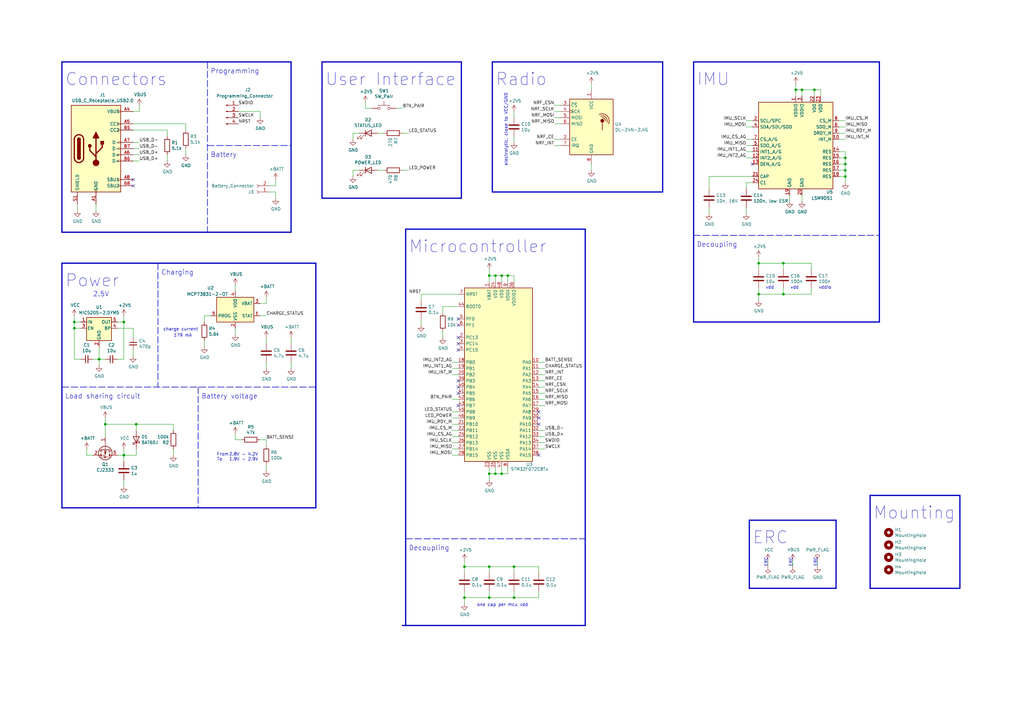
<source format=kicad_sch>
(kicad_sch (version 20200602) (host eeschema "(5.99.0-1933-g2401ed587)")
  (page 1 1)
  (paper "A3")
  (title_block (title "Bluetrackr-transmitter") (date "2020-06-03") (rev "3"))
  (junction (at 30.48 132.08))
  (junction (at 30.48 134.62))
  (junction (at 40.64 147.32))
  (junction (at 43.18 173.99))
  (junction (at 50.8 132.08))
  (junction (at 50.8 186.69))
  (junction (at 55.88 173.99))
  (junction (at 190.5 232.41))
  (junction (at 190.5 245.11))
  (junction (at 200.66 113.03))
  (junction (at 200.66 194.31))
  (junction (at 200.66 232.41))
  (junction (at 200.66 245.11))
  (junction (at 203.2 113.03))
  (junction (at 203.2 194.31))
  (junction (at 205.74 113.03))
  (junction (at 205.74 194.31))
  (junction (at 208.28 113.03))
  (junction (at 210.82 232.41))
  (junction (at 210.82 245.11))
  (junction (at 311.15 107.95))
  (junction (at 311.15 120.65))
  (junction (at 321.31 107.95))
  (junction (at 321.31 120.65))
  (junction (at 326.39 36.83))
  (junction (at 328.93 36.83))
  (junction (at 334.01 36.83))
  (junction (at 346.71 64.77))
  (junction (at 346.71 67.31))
  (junction (at 346.71 69.85))
  (junction (at 346.71 72.39))
  (no_connect (at 308.61 67.31))
  (no_connect (at 54.61 73.66))
  (no_connect (at 187.96 130.81))
  (no_connect (at 187.96 133.35))
  (no_connect (at 187.96 138.43))
  (no_connect (at 187.96 140.97))
  (no_connect (at 187.96 143.51))
  (no_connect (at 187.96 156.21))
  (no_connect (at 187.96 158.75))
  (no_connect (at 187.96 161.29))
  (no_connect (at 187.96 166.37))
  (no_connect (at 220.98 168.91))
  (no_connect (at 220.98 171.45))
  (no_connect (at 220.98 173.99))
  (no_connect (at 220.98 186.69))
  (no_connect (at 54.61 76.2))
  (wire (pts (xy 30.48 129.54) (xy 30.48 132.08)))
  (wire (pts (xy 30.48 132.08) (xy 33.02 132.08)))
  (wire (pts (xy 30.48 134.62) (xy 30.48 132.08)))
  (wire (pts (xy 30.48 147.32) (xy 30.48 134.62)))
  (wire (pts (xy 31.75 83.82) (xy 31.75 86.36)))
  (wire (pts (xy 33.02 134.62) (xy 30.48 134.62)))
  (wire (pts (xy 33.02 147.32) (xy 30.48 147.32)))
  (wire (pts (xy 35.56 184.15) (xy 35.56 186.69)))
  (wire (pts (xy 35.56 186.69) (xy 38.1 186.69)))
  (wire (pts (xy 39.37 83.82) (xy 39.37 86.36)))
  (wire (pts (xy 40.64 142.24) (xy 40.64 147.32)))
  (wire (pts (xy 40.64 147.32) (xy 38.1 147.32)))
  (wire (pts (xy 40.64 149.86) (xy 40.64 147.32)))
  (wire (pts (xy 43.18 147.32) (xy 40.64 147.32)))
  (wire (pts (xy 43.18 171.45) (xy 43.18 173.99)))
  (wire (pts (xy 43.18 173.99) (xy 43.18 179.07)))
  (wire (pts (xy 48.26 132.08) (xy 50.8 132.08)))
  (wire (pts (xy 48.26 147.32) (xy 50.8 147.32)))
  (wire (pts (xy 48.26 186.69) (xy 50.8 186.69)))
  (wire (pts (xy 50.8 132.08) (xy 50.8 129.54)))
  (wire (pts (xy 50.8 147.32) (xy 50.8 132.08)))
  (wire (pts (xy 50.8 186.69) (xy 50.8 184.15)))
  (wire (pts (xy 50.8 189.23) (xy 50.8 186.69)))
  (wire (pts (xy 50.8 196.85) (xy 50.8 199.39)))
  (wire (pts (xy 54.61 50.8) (xy 76.2 50.8)))
  (wire (pts (xy 54.61 53.34) (xy 68.58 53.34)))
  (wire (pts (xy 54.61 58.42) (xy 57.15 58.42)))
  (wire (pts (xy 54.61 60.96) (xy 57.15 60.96)))
  (wire (pts (xy 54.61 63.5) (xy 57.15 63.5)))
  (wire (pts (xy 54.61 66.04) (xy 57.15 66.04)))
  (wire (pts (xy 54.61 134.62) (xy 48.26 134.62)))
  (wire (pts (xy 54.61 138.43) (xy 54.61 134.62)))
  (wire (pts (xy 54.61 143.51) (xy 54.61 146.05)))
  (wire (pts (xy 55.88 173.99) (xy 43.18 173.99)))
  (wire (pts (xy 55.88 173.99) (xy 71.12 173.99)))
  (wire (pts (xy 55.88 176.53) (xy 55.88 173.99)))
  (wire (pts (xy 55.88 184.15) (xy 55.88 186.69)))
  (wire (pts (xy 55.88 186.69) (xy 50.8 186.69)))
  (wire (pts (xy 57.15 43.18) (xy 57.15 45.72)))
  (wire (pts (xy 57.15 45.72) (xy 54.61 45.72)))
  (wire (pts (xy 68.58 53.34) (xy 68.58 55.88)))
  (wire (pts (xy 68.58 63.5) (xy 68.58 66.04)))
  (wire (pts (xy 71.12 173.99) (xy 71.12 176.53)))
  (wire (pts (xy 71.12 184.15) (xy 71.12 186.69)))
  (wire (pts (xy 76.2 50.8) (xy 76.2 53.34)))
  (wire (pts (xy 76.2 60.96) (xy 76.2 63.5)))
  (wire (pts (xy 83.82 129.54) (xy 83.82 132.08)))
  (wire (pts (xy 83.82 139.7) (xy 83.82 142.24)))
  (wire (pts (xy 86.36 129.54) (xy 83.82 129.54)))
  (wire (pts (xy 96.52 116.84) (xy 96.52 119.38)))
  (wire (pts (xy 96.52 134.62) (xy 96.52 137.16)))
  (wire (pts (xy 96.52 177.8) (xy 96.52 180.34)))
  (wire (pts (xy 96.52 180.34) (xy 99.06 180.34)))
  (wire (pts (xy 97.79 45.72) (xy 106.68 45.72)))
  (wire (pts (xy 106.68 45.72) (xy 106.68 48.26)))
  (wire (pts (xy 106.68 124.46) (xy 109.22 124.46)))
  (wire (pts (xy 106.68 129.54) (xy 109.22 129.54)))
  (wire (pts (xy 106.68 180.34) (xy 109.22 180.34)))
  (wire (pts (xy 109.22 124.46) (xy 109.22 121.92)))
  (wire (pts (xy 109.22 138.43) (xy 109.22 140.97)))
  (wire (pts (xy 109.22 148.59) (xy 109.22 151.13)))
  (wire (pts (xy 109.22 180.34) (xy 109.22 182.88)))
  (wire (pts (xy 109.22 190.5) (xy 109.22 193.04)))
  (wire (pts (xy 110.49 76.2) (xy 113.03 76.2)))
  (wire (pts (xy 113.03 76.2) (xy 113.03 73.66)))
  (wire (pts (xy 113.03 78.74) (xy 110.49 78.74)))
  (wire (pts (xy 113.03 81.28) (xy 113.03 78.74)))
  (wire (pts (xy 119.38 138.43) (xy 119.38 140.97)))
  (wire (pts (xy 119.38 148.59) (xy 119.38 151.13)))
  (wire (pts (xy 144.78 54.61) (xy 147.32 54.61)))
  (wire (pts (xy 144.78 57.15) (xy 144.78 54.61)))
  (wire (pts (xy 144.78 69.85) (xy 144.78 72.39)))
  (wire (pts (xy 147.32 69.85) (xy 144.78 69.85)))
  (wire (pts (xy 149.86 41.91) (xy 149.86 44.45)))
  (wire (pts (xy 149.86 44.45) (xy 152.4 44.45)))
  (wire (pts (xy 154.94 54.61) (xy 157.48 54.61)))
  (wire (pts (xy 157.48 69.85) (xy 154.94 69.85)))
  (wire (pts (xy 162.56 44.45) (xy 165.1 44.45)))
  (wire (pts (xy 165.1 54.61) (xy 167.64 54.61)))
  (wire (pts (xy 167.64 69.85) (xy 165.1 69.85)))
  (wire (pts (xy 172.72 120.65) (xy 187.96 120.65)))
  (wire (pts (xy 172.72 123.19) (xy 172.72 120.65)))
  (wire (pts (xy 172.72 130.81) (xy 172.72 133.35)))
  (wire (pts (xy 181.61 125.73) (xy 187.96 125.73)))
  (wire (pts (xy 181.61 128.27) (xy 181.61 125.73)))
  (wire (pts (xy 181.61 135.89) (xy 181.61 138.43)))
  (wire (pts (xy 185.42 148.59) (xy 187.96 148.59)))
  (wire (pts (xy 185.42 151.13) (xy 187.96 151.13)))
  (wire (pts (xy 185.42 153.67) (xy 187.96 153.67)))
  (wire (pts (xy 185.42 163.83) (xy 187.96 163.83)))
  (wire (pts (xy 185.42 168.91) (xy 187.96 168.91)))
  (wire (pts (xy 185.42 171.45) (xy 187.96 171.45)))
  (wire (pts (xy 185.42 173.99) (xy 187.96 173.99)))
  (wire (pts (xy 185.42 176.53) (xy 187.96 176.53)))
  (wire (pts (xy 185.42 179.07) (xy 187.96 179.07)))
  (wire (pts (xy 185.42 181.61) (xy 187.96 181.61)))
  (wire (pts (xy 185.42 184.15) (xy 187.96 184.15)))
  (wire (pts (xy 185.42 186.69) (xy 187.96 186.69)))
  (wire (pts (xy 190.5 229.87) (xy 190.5 232.41)))
  (wire (pts (xy 190.5 232.41) (xy 190.5 234.95)))
  (wire (pts (xy 190.5 242.57) (xy 190.5 245.11)))
  (wire (pts (xy 190.5 245.11) (xy 190.5 247.65)))
  (wire (pts (xy 200.66 110.49) (xy 200.66 113.03)))
  (wire (pts (xy 200.66 113.03) (xy 203.2 113.03)))
  (wire (pts (xy 200.66 115.57) (xy 200.66 113.03)))
  (wire (pts (xy 200.66 191.77) (xy 200.66 194.31)))
  (wire (pts (xy 200.66 194.31) (xy 200.66 196.85)))
  (wire (pts (xy 200.66 232.41) (xy 190.5 232.41)))
  (wire (pts (xy 200.66 234.95) (xy 200.66 232.41)))
  (wire (pts (xy 200.66 242.57) (xy 200.66 245.11)))
  (wire (pts (xy 200.66 245.11) (xy 190.5 245.11)))
  (wire (pts (xy 203.2 113.03) (xy 203.2 115.57)))
  (wire (pts (xy 203.2 191.77) (xy 203.2 194.31)))
  (wire (pts (xy 203.2 194.31) (xy 200.66 194.31)))
  (wire (pts (xy 205.74 113.03) (xy 203.2 113.03)))
  (wire (pts (xy 205.74 115.57) (xy 205.74 113.03)))
  (wire (pts (xy 205.74 191.77) (xy 205.74 194.31)))
  (wire (pts (xy 205.74 194.31) (xy 203.2 194.31)))
  (wire (pts (xy 208.28 113.03) (xy 205.74 113.03)))
  (wire (pts (xy 208.28 115.57) (xy 208.28 113.03)))
  (wire (pts (xy 208.28 191.77) (xy 208.28 194.31)))
  (wire (pts (xy 208.28 194.31) (xy 205.74 194.31)))
  (wire (pts (xy 210.82 45.72) (xy 210.82 48.26)))
  (wire (pts (xy 210.82 55.88) (xy 210.82 58.42)))
  (wire (pts (xy 210.82 113.03) (xy 208.28 113.03)))
  (wire (pts (xy 210.82 115.57) (xy 210.82 113.03)))
  (wire (pts (xy 210.82 232.41) (xy 200.66 232.41)))
  (wire (pts (xy 210.82 234.95) (xy 210.82 232.41)))
  (wire (pts (xy 210.82 242.57) (xy 210.82 245.11)))
  (wire (pts (xy 210.82 245.11) (xy 200.66 245.11)))
  (wire (pts (xy 220.98 148.59) (xy 223.52 148.59)))
  (wire (pts (xy 220.98 151.13) (xy 223.52 151.13)))
  (wire (pts (xy 220.98 153.67) (xy 223.52 153.67)))
  (wire (pts (xy 220.98 156.21) (xy 223.52 156.21)))
  (wire (pts (xy 220.98 158.75) (xy 223.52 158.75)))
  (wire (pts (xy 220.98 161.29) (xy 223.52 161.29)))
  (wire (pts (xy 220.98 163.83) (xy 223.52 163.83)))
  (wire (pts (xy 220.98 166.37) (xy 223.52 166.37)))
  (wire (pts (xy 220.98 176.53) (xy 223.52 176.53)))
  (wire (pts (xy 220.98 179.07) (xy 223.52 179.07)))
  (wire (pts (xy 220.98 181.61) (xy 223.52 181.61)))
  (wire (pts (xy 220.98 184.15) (xy 223.52 184.15)))
  (wire (pts (xy 220.98 232.41) (xy 210.82 232.41)))
  (wire (pts (xy 220.98 234.95) (xy 220.98 232.41)))
  (wire (pts (xy 220.98 242.57) (xy 220.98 245.11)))
  (wire (pts (xy 220.98 245.11) (xy 210.82 245.11)))
  (wire (pts (xy 227.33 43.18) (xy 229.87 43.18)))
  (wire (pts (xy 227.33 45.72) (xy 229.87 45.72)))
  (wire (pts (xy 227.33 48.26) (xy 229.87 48.26)))
  (wire (pts (xy 227.33 50.8) (xy 229.87 50.8)))
  (wire (pts (xy 227.33 57.15) (xy 229.87 57.15)))
  (wire (pts (xy 227.33 59.69) (xy 229.87 59.69)))
  (wire (pts (xy 242.57 34.29) (xy 242.57 36.83)))
  (wire (pts (xy 242.57 67.31) (xy 242.57 69.85)))
  (wire (pts (xy 290.83 72.39) (xy 308.61 72.39)))
  (wire (pts (xy 290.83 77.47) (xy 290.83 72.39)))
  (wire (pts (xy 290.83 85.09) (xy 290.83 87.63)))
  (wire (pts (xy 306.07 49.53) (xy 308.61 49.53)))
  (wire (pts (xy 306.07 52.07) (xy 308.61 52.07)))
  (wire (pts (xy 306.07 57.15) (xy 308.61 57.15)))
  (wire (pts (xy 306.07 59.69) (xy 308.61 59.69)))
  (wire (pts (xy 306.07 62.23) (xy 308.61 62.23)))
  (wire (pts (xy 306.07 64.77) (xy 308.61 64.77)))
  (wire (pts (xy 306.07 74.93) (xy 308.61 74.93)))
  (wire (pts (xy 306.07 77.47) (xy 306.07 74.93)))
  (wire (pts (xy 306.07 85.09) (xy 306.07 87.63)))
  (wire (pts (xy 311.15 105.41) (xy 311.15 107.95)))
  (wire (pts (xy 311.15 107.95) (xy 311.15 110.49)))
  (wire (pts (xy 311.15 118.11) (xy 311.15 120.65)))
  (wire (pts (xy 311.15 120.65) (xy 311.15 123.19)))
  (wire (pts (xy 314.96 229.87) (xy 314.96 232.41)))
  (wire (pts (xy 321.31 107.95) (xy 311.15 107.95)))
  (wire (pts (xy 321.31 107.95) (xy 321.31 110.49)))
  (wire (pts (xy 321.31 118.11) (xy 321.31 120.65)))
  (wire (pts (xy 321.31 120.65) (xy 311.15 120.65)))
  (wire (pts (xy 321.31 120.65) (xy 332.74 120.65)))
  (wire (pts (xy 323.85 80.01) (xy 323.85 82.55)))
  (wire (pts (xy 325.12 229.87) (xy 325.12 232.41)))
  (wire (pts (xy 326.39 34.29) (xy 326.39 36.83)))
  (wire (pts (xy 326.39 36.83) (xy 326.39 39.37)))
  (wire (pts (xy 328.93 36.83) (xy 326.39 36.83)))
  (wire (pts (xy 328.93 39.37) (xy 328.93 36.83)))
  (wire (pts (xy 328.93 80.01) (xy 328.93 82.55)))
  (wire (pts (xy 332.74 107.95) (xy 321.31 107.95)))
  (wire (pts (xy 332.74 110.49) (xy 332.74 107.95)))
  (wire (pts (xy 332.74 120.65) (xy 332.74 118.11)))
  (wire (pts (xy 334.01 36.83) (xy 328.93 36.83)))
  (wire (pts (xy 334.01 39.37) (xy 334.01 36.83)))
  (wire (pts (xy 335.28 229.87) (xy 335.28 232.41)))
  (wire (pts (xy 336.55 36.83) (xy 334.01 36.83)))
  (wire (pts (xy 336.55 39.37) (xy 336.55 36.83)))
  (wire (pts (xy 344.17 49.53) (xy 346.71 49.53)))
  (wire (pts (xy 344.17 52.07) (xy 346.71 52.07)))
  (wire (pts (xy 344.17 54.61) (xy 346.71 54.61)))
  (wire (pts (xy 344.17 57.15) (xy 346.71 57.15)))
  (wire (pts (xy 344.17 62.23) (xy 346.71 62.23)))
  (wire (pts (xy 344.17 64.77) (xy 346.71 64.77)))
  (wire (pts (xy 344.17 67.31) (xy 346.71 67.31)))
  (wire (pts (xy 344.17 69.85) (xy 346.71 69.85)))
  (wire (pts (xy 344.17 72.39) (xy 346.71 72.39)))
  (wire (pts (xy 346.71 62.23) (xy 346.71 64.77)))
  (wire (pts (xy 346.71 64.77) (xy 346.71 67.31)))
  (wire (pts (xy 346.71 67.31) (xy 346.71 69.85)))
  (wire (pts (xy 346.71 69.85) (xy 346.71 72.39)))
  (wire (pts (xy 346.71 72.39) (xy 346.71 74.93)))
  (polyline (pts (xy 25.4 25.4) (xy 25.4 95.25)) (stroke (width 0.508) (type solid)))
  (polyline (pts (xy 25.4 25.4) (xy 119.38 25.4)) (stroke (width 0.508) (type solid)))
  (polyline (pts (xy 25.4 107.95) (xy 25.4 208.28)) (stroke (width 0.508) (type solid)))
  (polyline (pts (xy 25.4 158.75) (xy 129.54 158.75)) (stroke (width 0.25) (type dash)))
  (polyline (pts (xy 25.4 208.28) (xy 129.54 208.28)) (stroke (width 0.508) (type solid)))
  (polyline (pts (xy 64.77 107.95) (xy 64.77 158.75)) (stroke (width 0.25) (type dash)))
  (polyline (pts (xy 81.28 158.75) (xy 81.28 208.28)) (stroke (width 0.25) (type dash)))
  (polyline (pts (xy 85.09 25.4) (xy 85.09 95.25)) (stroke (width 0.25) (type dash)))
  (polyline (pts (xy 85.09 59.69) (xy 119.38 59.69)) (stroke (width 0.25) (type dash)))
  (polyline (pts (xy 119.38 25.4) (xy 119.38 95.25)) (stroke (width 0.508) (type solid)))
  (polyline (pts (xy 119.38 95.25) (xy 25.4 95.25)) (stroke (width 0.508) (type solid)))
  (polyline (pts (xy 129.54 107.95) (xy 25.4 107.95)) (stroke (width 0.508) (type solid)))
  (polyline (pts (xy 129.54 107.95) (xy 129.54 208.28)) (stroke (width 0.508) (type solid)))
  (polyline (pts (xy 132.08 81.28) (xy 132.08 25.4)) (stroke (width 0.508) (type solid)))
  (polyline (pts (xy 166.37 220.98) (xy 240.03 220.98)) (stroke (width 0.25) (type dash)))
  (polyline (pts (xy 166.37 256.54) (xy 166.37 93.98)) (stroke (width 0.508) (type solid)))
  (polyline (pts (xy 189.23 25.4) (xy 132.08 25.4)) (stroke (width 0.508) (type solid)))
  (polyline (pts (xy 189.23 81.28) (xy 132.08 81.28)) (stroke (width 0.508) (type solid)))
  (polyline (pts (xy 189.23 81.28) (xy 189.23 25.4)) (stroke (width 0.508) (type solid)))
  (polyline (pts (xy 201.93 25.4) (xy 201.93 78.74)) (stroke (width 0.508) (type solid)))
  (polyline (pts (xy 240.03 93.98) (xy 166.37 93.98)) (stroke (width 0.508) (type solid)))
  (polyline (pts (xy 240.03 256.54) (xy 165.1 256.54)) (stroke (width 0.508) (type solid)))
  (polyline (pts (xy 240.03 256.54) (xy 240.03 93.98)) (stroke (width 0.508) (type solid)))
  (polyline (pts (xy 271.78 25.4) (xy 201.93 25.4)) (stroke (width 0.508) (type solid)))
  (polyline (pts (xy 271.78 25.4) (xy 271.78 78.74)) (stroke (width 0.508) (type solid)))
  (polyline (pts (xy 271.78 78.74) (xy 201.93 78.74)) (stroke (width 0.508) (type solid)))
  (polyline (pts (xy 284.48 96.52) (xy 360.68 96.52)) (stroke (width 0.25) (type dash)))
  (polyline (pts (xy 284.48 132.08) (xy 284.48 25.4)) (stroke (width 0.508) (type solid)))
  (polyline (pts (xy 307.34 241.3) (xy 307.34 213.36)) (stroke (width 0.508) (type solid)))
  (polyline (pts (xy 342.9 213.36) (xy 307.34 213.36)) (stroke (width 0.508) (type solid)))
  (polyline (pts (xy 342.9 241.3) (xy 307.34 241.3)) (stroke (width 0.508) (type solid)))
  (polyline (pts (xy 342.9 241.3) (xy 342.9 213.36)) (stroke (width 0.508) (type solid)))
  (polyline (pts (xy 356.87 241.3) (xy 356.87 203.2)) (stroke (width 0.508) (type solid)))
  (polyline (pts (xy 360.68 25.4) (xy 284.48 25.4)) (stroke (width 0.508) (type solid)))
  (polyline (pts (xy 360.68 132.08) (xy 284.48 132.08)) (stroke (width 0.508) (type solid)))
  (polyline (pts (xy 360.68 132.08) (xy 360.68 25.4)) (stroke (width 0.508) (type solid)))
  (polyline (pts (xy 393.7 203.2) (xy 356.87 203.2)) (stroke (width 0.508) (type solid)))
  (polyline (pts (xy 393.7 241.3) (xy 356.87 241.3)) (stroke (width 0.508) (type solid)))
  (polyline (pts (xy 393.7 241.3) (xy 393.7 203.2)) (stroke (width 0.508) (type solid)))
  (text "Connectors" (at 26.67 35.56 0) (effects (font (size 5 5)) (justify left bottom)))
  (text "Power" (at 26.67 118.11 0) (effects (font (size 5 5)) (justify left bottom)))
  (text "Load sharing circuit" (at 26.67 163.83 0) (effects (font (size 2 2)) (justify left bottom)))
  (text "2.5V" (at 38.1 121.92 0) (effects (font (size 2.007 2.007)) (justify left bottom)))
  (text "Charging" (at 66.04 113.03 0) (effects (font (size 2 2)) (justify left bottom)))
  (text "179 mA" (at 78.74 138.43 180) (effects (font (size 1.27 1.27)) (justify right bottom)))
  (text "charge current" (at 81.28 135.89 180) (effects (font (size 1.27 1.27)) (justify right bottom)))
  (text "Battery voltage" (at 82.55 163.83 0) (effects (font (size 2 2)) (justify left bottom)))
  (text "Programming" (at 86.36 30.48 0) (effects (font (size 2 2)) (justify left bottom)))
  (text "Battery" (at 86.36 64.77 0) (effects (font (size 2 2)) (justify left bottom)))
  (text "From\nTo" (at 88.9 189.23 0) (effects (font (size 1.27 1.27)) (justify left bottom)))
  (text "2.8V - 4.2V\n1.9V - 2.9V" (at 93.98 189.23 0) (effects (font (size 1.27 1.27)) (justify left bottom)))
  (text "User Interface" (at 133.35 35.56 0) (effects (font (size 5 5)) (justify left bottom)))
  (text "Microcontroller" (at 167.64 104.14 0) (effects (font (size 5 5)) (justify left bottom)))
  (text "Decoupling" (at 167.64 226.06 0) (effects (font (size 2 2)) (justify left bottom)))
  (text "one cap per mcu vdd" (at 195.58 248.92 0) (effects (font (size 1.27 1.27)) (justify left bottom)))
  (text "Radio" (at 203.2 35.56 0) (effects (font (size 5 5)) (justify left bottom)))
  (text "electrolytic, close to VCC/GND" (at 208.28 38.1 270) (effects (font (size 1.27 1.27)) (justify right bottom)))
  (text "IMU" (at 285.75 35.56 0) (effects (font (size 5 5)) (justify left bottom)))
  (text "Decoupling" (at 285.75 101.6 0) (effects (font (size 2 2)) (justify left bottom)))
  (text "ERC" (at 308.61 223.52 0) (effects (font (size 5 5)) (justify left bottom)))
  (text "ERC" (at 314.96 228.6 270) (effects (font (size 1.27 1.27)) (justify right bottom)))
  (text "vdd" (at 317.5 118.745 180) (effects (font (size 1.27 1.27)) (justify right bottom)))
  (text "ERC" (at 325.12 228.6 270) (effects (font (size 1.27 1.27)) (justify right bottom)))
  (text "vdd" (at 327.66 118.745 180) (effects (font (size 1.27 1.27)) (justify right bottom)))
  (text "ERC" (at 335.28 232.41 90) (effects (font (size 1.27 1.27)) (justify left bottom)))
  (text "vddio" (at 340.995 118.745 180) (effects (font (size 1.27 1.27)) (justify right bottom)))
  (text "Mounting" (at 358.14 213.36 0) (effects (font (size 5 5)) (justify left bottom)))
  (label "USB_D-" (at 57.15 58.42 0))
  (label "USB_D-" (at 57.15 60.96 0))
  (label "USB_D+" (at 57.15 63.5 0))
  (label "USB_D+" (at 57.15 66.04 0))
  (label "SWDIO" (at 97.79 43.18 0))
  (label "SWCLK" (at 97.79 48.26 0))
  (label "NRST" (at 97.79 50.8 0))
  (label "CHARGE_STATUS" (at 109.22 129.54 0))
  (label "BATT_SENSE" (at 109.22 180.34 0))
  (label "BTN_PAIR" (at 165.1 44.45 0))
  (label "LED_STATUS" (at 167.64 54.61 0))
  (label "LED_POWER" (at 167.64 69.85 0))
  (label "NRST" (at 172.72 120.65 180))
  (label "IMU_INT2_AG" (at 185.42 148.59 180))
  (label "IMU_INT1_AG" (at 185.42 151.13 180))
  (label "IMU_INT_M" (at 185.42 153.67 180))
  (label "BTN_PAIR" (at 185.42 163.83 180))
  (label "LED_STATUS" (at 185.42 168.91 180))
  (label "LED_POWER" (at 185.42 171.45 180))
  (label "IMU_RDY_M" (at 185.42 173.99 180))
  (label "IMU_CS_M" (at 185.42 176.53 180))
  (label "IMU_CS_AG" (at 185.42 179.07 180))
  (label "IMU_SCLK" (at 185.42 181.61 180))
  (label "IMU_MISO" (at 185.42 184.15 180))
  (label "IMU_MOSI" (at 185.42 186.69 180))
  (label "BATT_SENSE" (at 223.52 148.59 0))
  (label "CHARGE_STATUS" (at 223.52 151.13 0))
  (label "NRF_INT" (at 223.52 153.67 0))
  (label "NRF_CE" (at 223.52 156.21 0))
  (label "NRF_CSN" (at 223.52 158.75 0))
  (label "NRF_SCLK" (at 223.52 161.29 0))
  (label "NRF_MISO" (at 223.52 163.83 0))
  (label "NRF_MOSI" (at 223.52 166.37 0))
  (label "USB_D-" (at 223.52 176.53 0))
  (label "USB_D+" (at 223.52 179.07 0))
  (label "SWDIO" (at 223.52 181.61 0))
  (label "SWCLK" (at 223.52 184.15 0))
  (label "NRF_CSN" (at 227.33 43.18 180))
  (label "NRF_SCLK" (at 227.33 45.72 180))
  (label "NRF_MOSI" (at 227.33 48.26 180))
  (label "NRF_MISO" (at 227.33 50.8 180))
  (label "NRF_CE" (at 227.33 57.15 180))
  (label "NRF_INT" (at 227.33 59.69 180))
  (label "IMU_SCLK" (at 306.07 49.53 180))
  (label "IMU_MOSI" (at 306.07 52.07 180))
  (label "IMU_CS_AG" (at 306.07 57.15 180))
  (label "IMU_MISO" (at 306.07 59.69 180))
  (label "IMU_INT1_AG" (at 306.07 62.23 180))
  (label "IMU_INT2_AG" (at 306.07 64.77 180))
  (label "IMU_CS_M" (at 346.71 49.53 0))
  (label "IMU_MISO" (at 346.71 52.07 0))
  (label "IMU_RDY_M" (at 346.71 54.61 0))
  (label "IMU_INT_M" (at 346.71 57.15 0))
  (symbol (lib_id "power:PWR_FLAG") (at 314.96 232.41 180) (unit 1)
    (property "Reference" "#FLG01" (effects hide))
    (property "Value" "PWR_FLAG" (at 314.96 236.7344 0))
  )
  (symbol (lib_id "power:PWR_FLAG") (at 325.12 232.41 180) (unit 1)
    (property "Reference" "#FLG02" (effects hide))
    (property "Value" "PWR_FLAG" (at 325.12 236.7344 0))
  )
  (symbol (lib_id "power:PWR_FLAG") (at 335.28 229.87 0) (unit 1)
    (property "Reference" "#FLG03" (effects hide))
    (property "Value" "PWR_FLAG" (at 335.28 225.5456 0))
  )
  (symbol (lib_id "power:VCC") (at 30.48 129.54 0) (unit 1)
    (property "Reference" "#PWR01" (effects hide))
    (property "Value" "VCC" (at 30.861 125.1458 0))
  )
  (symbol (lib_id "power:+BATT") (at 35.56 184.15 0) (unit 1)
    (property "Reference" "#PWR03" (effects hide))
    (property "Value" "+BATT" (at 35.941 179.7558 0))
  )
  (symbol (lib_id "power:VBUS") (at 43.18 171.45 0) (unit 1)
    (property "Reference" "#PWR06" (effects hide))
    (property "Value" "VBUS" (at 43.561 167.0558 0))
  )
  (symbol (lib_id "power:+2V5") (at 50.8 129.54 0) (unit 1)
    (property "Reference" "#PWR07" (effects hide))
    (property "Value" "+2V5" (at 51.1683 125.2156 0))
  )
  (symbol (lib_id "power:VCC") (at 50.8 184.15 0) (unit 1)
    (property "Reference" "#PWR08" (effects hide))
    (property "Value" "VCC" (at 51.181 179.7558 0))
  )
  (symbol (lib_id "power:VBUS") (at 57.15 43.18 0) (unit 1)
    (property "Reference" "#PWR011" (effects hide))
    (property "Value" "VBUS" (at 57.531 38.7858 0))
  )
  (symbol (lib_id "power:VBUS") (at 96.52 116.84 0) (unit 1)
    (property "Reference" "#PWR016" (effects hide))
    (property "Value" "VBUS" (at 96.901 112.4458 0))
  )
  (symbol (lib_id "power:+BATT") (at 96.52 177.8 0) (unit 1)
    (property "Reference" "#PWR018" (effects hide))
    (property "Value" "+BATT" (at 96.8883 173.4756 0))
  )
  (symbol (lib_id "power:+BATT") (at 109.22 121.92 0) (unit 1)
    (property "Reference" "#PWR020" (effects hide))
    (property "Value" "+BATT" (at 109.601 117.5258 0))
  )
  (symbol (lib_id "power:VBUS") (at 109.22 138.43 0) (unit 1)
    (property "Reference" "#PWR021" (effects hide))
    (property "Value" "VBUS" (at 109.5883 134.1056 0))
  )
  (symbol (lib_id "power:+BATT") (at 113.03 73.66 0) (unit 1)
    (property "Reference" "#PWR024" (effects hide))
    (property "Value" "+BATT" (at 113.3983 69.3356 0))
  )
  (symbol (lib_id "power:+BATT") (at 119.38 138.43 0) (unit 1)
    (property "Reference" "#PWR026" (effects hide))
    (property "Value" "+BATT" (at 119.7483 134.1056 0))
  )
  (symbol (lib_id "power:+2V5") (at 149.86 41.91 0) (unit 1)
    (property "Reference" "#PWR030" (effects hide))
    (property "Value" "+2V5" (at 150.2283 37.5856 0))
  )
  (symbol (lib_id "power:+2V5") (at 190.5 229.87 0) (unit 1)
    (property "Reference" "#PWR033" (effects hide))
    (property "Value" "+2V5" (at 190.8683 225.5456 0))
  )
  (symbol (lib_id "power:+2V5") (at 200.66 110.49 0) (unit 1)
    (property "Reference" "#PWR035" (effects hide))
    (property "Value" "+2V5" (at 201.0283 106.1656 0))
  )
  (symbol (lib_id "power:+2V5") (at 210.82 45.72 0) (unit 1)
    (property "Reference" "#PWR037" (effects hide))
    (property "Value" "+2V5" (at 211.1883 41.3956 0))
  )
  (symbol (lib_id "power:+2V5") (at 242.57 34.29 0) (unit 1)
    (property "Reference" "#PWR039" (effects hide))
    (property "Value" "+2V5" (at 242.9383 29.9656 0))
  )
  (symbol (lib_id "power:+2V5") (at 311.15 105.41 0) (unit 1)
    (property "Reference" "#PWR043" (effects hide))
    (property "Value" "+2V5" (at 311.5183 101.0856 0))
  )
  (symbol (lib_id "power:VCC") (at 314.96 229.87 0) (unit 1)
    (property "Reference" "#PWR045" (effects hide))
    (property "Value" "VCC" (at 315.341 225.4758 0))
  )
  (symbol (lib_id "power:VBUS") (at 325.12 229.87 0) (unit 1)
    (property "Reference" "#PWR047" (effects hide))
    (property "Value" "VBUS" (at 325.501 225.4758 0))
  )
  (symbol (lib_id "power:+2V5") (at 326.39 34.29 0) (unit 1)
    (property "Reference" "#PWR048" (effects hide))
    (property "Value" "+2V5" (at 326.7583 29.9656 0))
  )
  (symbol (lib_id "power:GND") (at 31.75 86.36 0) (unit 1)
    (property "Reference" "#PWR02" (effects hide))
    (property "Value" "GND" (at 31.877 90.7542 0))
  )
  (symbol (lib_id "power:GND") (at 39.37 86.36 0) (unit 1)
    (property "Reference" "#PWR04" (effects hide))
    (property "Value" "GND" (at 39.497 90.7542 0))
  )
  (symbol (lib_id "power:GND") (at 40.64 149.86 0) (unit 1)
    (property "Reference" "#PWR05" (effects hide))
    (property "Value" "GND" (at 40.767 154.2542 0))
  )
  (symbol (lib_id "power:GND") (at 50.8 199.39 0) (unit 1)
    (property "Reference" "#PWR09" (effects hide))
    (property "Value" "GND" (at 50.927 203.7842 0))
  )
  (symbol (lib_id "power:GND") (at 54.61 146.05 0) (unit 1)
    (property "Reference" "#PWR010" (effects hide))
    (property "Value" "GND" (at 54.737 150.4442 0))
  )
  (symbol (lib_id "power:GND") (at 68.58 66.04 0) (unit 1)
    (property "Reference" "#PWR012" (effects hide))
    (property "Value" "GND" (at 68.707 70.4342 0))
  )
  (symbol (lib_id "power:GND") (at 71.12 186.69 0) (unit 1)
    (property "Reference" "#PWR013" (effects hide))
    (property "Value" "GND" (at 71.247 191.0842 0))
  )
  (symbol (lib_id "power:GND") (at 76.2 63.5 0) (unit 1)
    (property "Reference" "#PWR014" (effects hide))
    (property "Value" "GND" (at 76.327 67.8942 0))
  )
  (symbol (lib_id "power:GND") (at 83.82 142.24 0) (unit 1)
    (property "Reference" "#PWR015" (effects hide))
    (property "Value" "GND" (at 83.947 146.6342 0))
  )
  (symbol (lib_id "power:GND") (at 96.52 137.16 0) (unit 1)
    (property "Reference" "#PWR017" (effects hide))
    (property "Value" "GND" (at 96.647 141.5542 0))
  )
  (symbol (lib_id "power:GND") (at 106.68 48.26 0) (unit 1)
    (property "Reference" "#PWR019" (effects hide))
    (property "Value" "GND" (at 106.807 52.6542 0))
  )
  (symbol (lib_id "power:GND") (at 109.22 151.13 0) (unit 1)
    (property "Reference" "#PWR022" (effects hide))
    (property "Value" "GND" (at 109.3343 155.4544 0))
  )
  (symbol (lib_id "power:GND") (at 109.22 193.04 0) (unit 1)
    (property "Reference" "#PWR023" (effects hide))
    (property "Value" "GND" (at 109.347 197.4342 0))
  )
  (symbol (lib_id "power:GND") (at 113.03 81.28 0) (unit 1)
    (property "Reference" "#PWR025" (effects hide))
    (property "Value" "GND" (at 113.157 85.6742 0))
  )
  (symbol (lib_id "power:GND") (at 119.38 151.13 0) (unit 1)
    (property "Reference" "#PWR027" (effects hide))
    (property "Value" "GND" (at 119.4943 155.4544 0))
  )
  (symbol (lib_id "power:GND") (at 144.78 57.15 0) (unit 1)
    (property "Reference" "#PWR028" (effects hide))
    (property "Value" "GND" (at 144.907 61.5442 0))
  )
  (symbol (lib_id "power:GND") (at 144.78 72.39 0) (unit 1)
    (property "Reference" "#PWR029" (effects hide))
    (property "Value" "GND" (at 144.907 76.7842 0))
  )
  (symbol (lib_id "power:GND") (at 172.72 133.35 0) (unit 1)
    (property "Reference" "#PWR031" (effects hide))
    (property "Value" "GND" (at 172.847 137.7442 0))
  )
  (symbol (lib_id "power:GND") (at 181.61 138.43 0) (unit 1)
    (property "Reference" "#PWR032" (effects hide))
    (property "Value" "GND" (at 181.737 142.8242 0))
  )
  (symbol (lib_id "power:GND") (at 190.5 247.65 0) (unit 1)
    (property "Reference" "#PWR034" (effects hide))
    (property "Value" "GND" (at 190.627 252.0442 0))
  )
  (symbol (lib_id "power:GND") (at 200.66 196.85 0) (unit 1)
    (property "Reference" "#PWR036" (effects hide))
    (property "Value" "GND" (at 200.787 201.2442 0))
  )
  (symbol (lib_id "power:GND") (at 210.82 58.42 0) (unit 1)
    (property "Reference" "#PWR038" (effects hide))
    (property "Value" "GND" (at 210.947 62.8142 0))
  )
  (symbol (lib_id "power:GND") (at 242.57 69.85 0) (unit 1)
    (property "Reference" "#PWR040" (effects hide))
    (property "Value" "GND" (at 242.697 74.2442 0))
  )
  (symbol (lib_id "power:GND") (at 290.83 87.63 0) (unit 1)
    (property "Reference" "#PWR041" (effects hide))
    (property "Value" "GND" (at 290.9443 91.9544 0))
  )
  (symbol (lib_id "power:GND") (at 306.07 87.63 0) (unit 1)
    (property "Reference" "#PWR042" (effects hide))
    (property "Value" "GND" (at 306.1843 91.9544 0))
  )
  (symbol (lib_id "power:GND") (at 311.15 123.19 0) (unit 1)
    (property "Reference" "#PWR044" (effects hide))
    (property "Value" "GND" (at 311.2643 127.5144 0))
  )
  (symbol (lib_id "power:GND") (at 323.85 82.55 0) (unit 1)
    (property "Reference" "#PWR046" (effects hide))
    (property "Value" "GND" (at 323.9643 86.8744 0))
  )
  (symbol (lib_id "power:GND") (at 328.93 82.55 0) (unit 1)
    (property "Reference" "#PWR049" (effects hide))
    (property "Value" "GND" (at 329.0443 86.8744 0))
  )
  (symbol (lib_id "power:GND") (at 335.28 232.41 0) (unit 1)
    (property "Reference" "#PWR050" (effects hide))
    (property "Value" "GND" (at 335.407 236.8042 0))
  )
  (symbol (lib_id "power:GND") (at 346.71 74.93 0) (unit 1)
    (property "Reference" "#PWR051" (effects hide))
    (property "Value" "GND" (at 346.8243 79.2544 0))
  )
  (symbol (lib_id "Mechanical:MountingHole") (at 364.49 218.44 0) (unit 1)
    (property "Reference" "H1" (at 367.03 217.2716 0) (effects (justify left)))
    (property "Value" "MountingHole" (at 367.03 219.583 0) (effects (justify left)))
    (property "Footprint" "MountingHole:MountingHole_2.2mm_M2" (effects hide))
  )
  (symbol (lib_id "Mechanical:MountingHole") (at 364.49 223.52 0) (unit 1)
    (property "Reference" "H2" (at 367.03 222.3516 0) (effects (justify left)))
    (property "Value" "MountingHole" (at 367.03 224.663 0) (effects (justify left)))
    (property "Footprint" "MountingHole:MountingHole_2.2mm_M2" (effects hide))
  )
  (symbol (lib_id "Mechanical:MountingHole") (at 364.49 228.6 0) (unit 1)
    (property "Reference" "H3" (at 367.03 227.4316 0) (effects (justify left)))
    (property "Value" "MountingHole" (at 367.03 229.743 0) (effects (justify left)))
    (property "Footprint" "MountingHole:MountingHole_2.2mm_M2" (effects hide))
  )
  (symbol (lib_id "Mechanical:MountingHole") (at 364.49 233.68 0) (unit 1)
    (property "Reference" "H4" (at 367.03 232.5116 0) (effects (justify left)))
    (property "Value" "MountingHole" (at 367.03 234.823 0) (effects (justify left)))
    (property "Footprint" "MountingHole:MountingHole_2.2mm_M2" (effects hide))
  )
  (symbol (lib_id "Device:R") (at 68.58 59.69 0) (unit 1)
    (property "Reference" "R1" (at 70.358 58.5216 0) (effects (justify left)))
    (property "Value" "5.1k" (at 70.358 60.833 0) (effects (justify left)))
    (property "Footprint" "Resistor_SMD:R_0805_2012Metric_Pad1.15x1.40mm_HandSolder" (effects hide))
  )
  (symbol (lib_id "Device:R") (at 71.12 180.34 180) (unit 1)
    (property "Reference" "R2" (at 69.342 181.5084 0) (effects (justify left)))
    (property "Value" "100k" (at 69.342 179.197 0) (effects (justify left)))
    (property "Footprint" "Resistor_SMD:R_0805_2012Metric_Pad1.15x1.40mm_HandSolder" (effects hide))
  )
  (symbol (lib_id "Device:R") (at 76.2 57.15 0) (unit 1)
    (property "Reference" "R3" (at 77.978 55.9816 0) (effects (justify left)))
    (property "Value" "5.1k" (at 77.978 58.293 0) (effects (justify left)))
    (property "Footprint" "Resistor_SMD:R_0805_2012Metric_Pad1.15x1.40mm_HandSolder" (effects hide))
  )
  (symbol (lib_id "Device:R") (at 83.82 135.89 0) (unit 1)
    (property "Reference" "R4" (at 85.598 134.7216 0) (effects (justify left)))
    (property "Value" "5.6k" (at 85.598 137.033 0) (effects (justify left)))
    (property "Footprint" "Resistor_SMD:R_0805_2012Metric_Pad1.15x1.40mm_HandSolder" (effects hide))
  )
  (symbol (lib_id "Device:R") (at 102.87 180.34 270) (unit 1)
    (property "Reference" "R5" (at 102.87 175.0822 90))
    (property "Value" "47k" (at 102.87 177.3936 90))
    (property "Footprint" "Resistor_SMD:R_0805_2012Metric_Pad1.15x1.40mm_HandSolder" (effects hide))
  )
  (symbol (lib_id "Device:R") (at 109.22 186.69 180) (unit 1)
    (property "Reference" "R6" (at 110.998 185.5216 0) (effects (justify right)))
    (property "Value" "100k" (at 110.998 187.833 0) (effects (justify right)))
    (property "Footprint" "Resistor_SMD:R_0805_2012Metric_Pad1.15x1.40mm_HandSolder" (effects hide))
  )
  (symbol (lib_id "Device:R") (at 161.29 54.61 270) (unit 1)
    (property "Reference" "R7" (at 162.4584 56.388 0) (effects (justify left)))
    (property "Value" "270" (at 160.147 56.388 0) (effects (justify left)))
    (property "Footprint" "Resistor_SMD:R_0805_2012Metric_Pad1.15x1.40mm_HandSolder" (effects hide))
  )
  (symbol (lib_id "Device:R") (at 161.29 69.85 270) (unit 1)
    (property "Reference" "R8" (at 162.4584 71.628 0) (effects (justify left)))
    (property "Value" "470" (at 160.147 71.628 0) (effects (justify left)))
    (property "Footprint" "Resistor_SMD:R_0805_2012Metric_Pad1.15x1.40mm_HandSolder" (effects hide))
  )
  (symbol (lib_id "Device:R") (at 181.61 132.08 0) (unit 1)
    (property "Reference" "R9" (at 183.388 130.9116 0) (effects (justify left)))
    (property "Value" "10k" (at 183.388 133.223 0) (effects (justify left)))
    (property "Footprint" "Resistor_SMD:R_0805_2012Metric_Pad1.15x1.40mm_HandSolder" (effects hide))
  )
  (symbol (lib_id "Device:C_Small") (at 35.56 147.32 90) (unit 1)
    (property "Reference" "C1" (at 35.56 141.5034 90))
    (property "Value" "10u" (at 35.56 143.8148 90))
    (property "Footprint" "Capacitor_SMD:C_0805_2012Metric_Pad1.15x1.40mm_HandSolder" (effects hide))
  )
  (symbol (lib_id "Device:C_Small") (at 45.72 147.32 90) (unit 1)
    (property "Reference" "C2" (at 45.72 141.5034 90))
    (property "Value" "10u" (at 45.72 143.8148 90))
    (property "Footprint" "Capacitor_SMD:C_0805_2012Metric_Pad1.15x1.40mm_HandSolder" (effects hide))
  )
  (symbol (lib_id "Device:C_Small") (at 54.61 140.97 0) (unit 1)
    (property "Reference" "C4" (at 56.9468 139.8016 0) (effects (justify left)))
    (property "Value" "470p" (at 56.9468 142.113 0) (effects (justify left)))
    (property "Footprint" "Capacitor_SMD:C_0805_2012Metric_Pad1.15x1.40mm_HandSolder" (effects hide))
  )
  (symbol (lib_id "User_Diode:BAT60J") (at 55.88 180.34 90) (unit 1)
    (property "Reference" "D1" (at 57.912 179.1716 90) (effects (justify right)))
    (property "Value" "BAT60J" (at 57.912 181.483 90) (effects (justify right)))
    (property "Footprint" "Diode_SMD:D_SOD-323" (effects hide))
    (property "Datasheet" "https://www.st.com/resource/en/datasheet/bat60.pdf" (effects hide))
  )
  (symbol (lib_id "Connector:Conn_01x02_Female") (at 105.41 78.74 180) (unit 1)
    (property "Reference" "J3" (at 104.14 78.74 0) (effects (justify left)))
    (property "Value" "Battery_Connector" (at 104.14 76.2 0) (effects (justify left)))
    (property "Footprint" "User_Connector_JST:JST_S2B-ZR-SM4A-TF" (effects hide))
  )
  (symbol (lib_id "Device:LED") (at 151.13 54.61 0) (unit 1)
    (property "Reference" "D2" (at 150.9522 49.1236 0))
    (property "Value" "STATUS_LED" (at 150.9522 51.435 0))
    (property "Footprint" "LED_SMD:LED_1206_3216Metric_Pad1.42x1.75mm_HandSolder" (effects hide))
  )
  (symbol (lib_id "Device:LED") (at 151.13 69.85 0) (unit 1)
    (property "Reference" "D3" (at 150.9522 64.3636 0))
    (property "Value" "POWER_LED" (at 150.9522 66.675 0))
    (property "Footprint" "LED_SMD:LED_1206_3216Metric_Pad1.42x1.75mm_HandSolder" (effects hide))
  )
  (symbol (lib_id "Device:C") (at 50.8 193.04 0) (unit 1)
    (property "Reference" "C3" (at 53.721 191.8716 0) (effects (justify left)))
    (property "Value" "1u" (at 53.721 194.183 0) (effects (justify left)))
    (property "Footprint" "Capacitor_SMD:C_0805_2012Metric_Pad1.15x1.40mm_HandSolder" (effects hide))
  )
  (symbol (lib_id "Device:C") (at 109.22 144.78 0) (unit 1)
    (property "Reference" "C5" (at 112.1411 143.6306 0) (effects (justify left)))
    (property "Value" "4.7u" (at 112.141 145.929 0) (effects (justify left)))
    (property "Footprint" "Capacitor_SMD:C_0805_2012Metric_Pad1.15x1.40mm_HandSolder" (effects hide))
  )
  (symbol (lib_id "Device:C") (at 119.38 144.78 0) (unit 1)
    (property "Reference" "C6" (at 122.3011 143.6306 0) (effects (justify left)))
    (property "Value" "4.7u" (at 122.301 145.929 0) (effects (justify left)))
    (property "Footprint" "Capacitor_SMD:C_0805_2012Metric_Pad1.15x1.40mm_HandSolder" (effects hide))
  )
  (symbol (lib_id "Device:C") (at 172.72 127 0) (unit 1)
    (property "Reference" "C7" (at 175.641 125.8316 0) (effects (justify left)))
    (property "Value" "0.1u" (at 175.641 128.143 0) (effects (justify left)))
    (property "Footprint" "Capacitor_SMD:C_0805_2012Metric_Pad1.15x1.40mm_HandSolder" (effects hide))
  )
  (symbol (lib_id "Device:C") (at 190.5 238.76 0) (unit 1)
    (property "Reference" "C8" (at 193.421 237.5916 0) (effects (justify left)))
    (property "Value" "0.1u" (at 193.421 239.903 0) (effects (justify left)))
    (property "Footprint" "Capacitor_SMD:C_0805_2012Metric_Pad1.15x1.40mm_HandSolder" (effects hide))
  )
  (symbol (lib_id "Device:C") (at 200.66 238.76 0) (unit 1)
    (property "Reference" "C9" (at 203.581 237.5916 0) (effects (justify left)))
    (property "Value" "0.1u" (at 203.581 239.903 0) (effects (justify left)))
    (property "Footprint" "Capacitor_SMD:C_0805_2012Metric_Pad1.15x1.40mm_HandSolder" (effects hide))
  )
  (symbol (lib_id "Device:C") (at 210.82 52.07 0) (unit 1)
    (property "Reference" "C10" (at 213.741 50.9016 0) (effects (justify left)))
    (property "Value" "10u" (at 213.741 53.213 0) (effects (justify left)))
    (property "Footprint" "Capacitor_SMD:CP_Elec_3x5.3" (effects hide))
  )
  (symbol (lib_id "Device:C") (at 210.82 238.76 0) (unit 1)
    (property "Reference" "C11" (at 213.741 237.5916 0) (effects (justify left)))
    (property "Value" "0.1u" (at 213.741 239.903 0) (effects (justify left)))
    (property "Footprint" "Capacitor_SMD:C_0805_2012Metric_Pad1.15x1.40mm_HandSolder" (effects hide))
  )
  (symbol (lib_id "Device:C") (at 220.98 238.76 0) (unit 1)
    (property "Reference" "C12" (at 223.901 237.5916 0) (effects (justify left)))
    (property "Value" "0.1u" (at 223.901 239.903 0) (effects (justify left)))
    (property "Footprint" "Capacitor_SMD:C_0805_2012Metric_Pad1.15x1.40mm_HandSolder" (effects hide))
  )
  (symbol (lib_id "Device:C") (at 290.83 81.28 0) (unit 1)
    (property "Reference" "C13" (at 293.7511 80.1306 0) (effects (justify left)))
    (property "Value" "10n, 16V" (at 293.751 82.429 0) (effects (justify left)))
    (property "Footprint" "Capacitor_SMD:C_0805_2012Metric_Pad1.15x1.40mm_HandSolder" (effects hide))
    (property "Notes" "16V" (effects hide))
  )
  (symbol (lib_id "Device:C") (at 306.07 81.28 0) (unit 1)
    (property "Reference" "C14" (at 308.9911 80.1306 0) (effects (justify left)))
    (property "Value" "100n, low ESR" (at 308.991 82.429 0) (effects (justify left)))
    (property "Footprint" "Capacitor_SMD:C_0805_2012Metric_Pad1.15x1.40mm_HandSolder" (effects hide))
    (property "Note" "Close to C1" (effects hide))
  )
  (symbol (lib_id "Device:C") (at 311.15 114.3 0) (unit 1)
    (property "Reference" "C15" (at 314.0711 113.1506 0) (effects (justify left)))
    (property "Value" "10u" (at 314.071 115.449 0) (effects (justify left)))
    (property "Footprint" "Capacitor_SMD:CP_Elec_3x5.3" (effects hide))
    (property "Note" "Aluminium" (effects hide))
  )
  (symbol (lib_id "Device:C") (at 321.31 114.3 0) (unit 1)
    (property "Reference" "C16" (at 324.2311 113.1506 0) (effects (justify left)))
    (property "Value" "100n" (at 324.231 115.449 0) (effects (justify left)))
    (property "Footprint" "Capacitor_SMD:C_0805_2012Metric_Pad1.15x1.40mm_HandSolder" (effects hide))
  )
  (symbol (lib_id "Device:C") (at 332.74 114.3 0) (unit 1)
    (property "Reference" "C17" (at 335.6611 113.1506 0) (effects (justify left)))
    (property "Value" "100n" (at 335.661 115.449 0) (effects (justify left)))
    (property "Footprint" "Capacitor_SMD:C_0805_2012Metric_Pad1.15x1.40mm_HandSolder" (effects hide))
  )
  (symbol (lib_id "Switch:SW_Push") (at 157.48 44.45 0) (unit 1)
    (property "Reference" "SW1" (at 157.48 37.211 0))
    (property "Value" "SW_Pair" (at 157.48 39.5224 0))
    (property "Footprint" "Button_Switch_THT:SW_PUSH_6mm_H9.5mm" (effects hide))
  )
  (symbol (lib_id "Connector:Conn_01x04_Male") (at 92.71 45.72 0) (unit 1)
    (property "Reference" "J2" (at 101.6 36.83 0))
    (property "Value" "Programming_Connector" (at 100.33 39.37 0))
    (property "Footprint" "User_Connector_JST:JST_B4B-ZR-SM4-TF" (effects hide))
  )
  (symbol (lib_id "User_Transistor:CJ2333") (at 43.18 184.15 270) (unit 1)
    (property "Reference" "Q1" (at 43.18 190.4746 90))
    (property "Value" "CJ2333" (at 43.18 192.786 90))
    (property "Footprint" "Package_TO_SOT_SMD:SOT-23" (effects hide))
    (property "Datasheet" "https://datasheet.lcsc.com/szlcsc/Changjiang-Electronics-Tech-CJ-CJ2333_C77678.pdf" (effects hide))
  )
  (symbol (lib_id "Regulator_Linear:MIC5205-2.5YM5") (at 40.64 134.62 0) (unit 1)
    (property "Reference" "U1" (at 40.64 125.9648 0))
    (property "Value" "MIC5205-2.5YM5" (at 40.64 128.2635 0))
    (property "Footprint" "Package_TO_SOT_SMD:SOT-23-5" (effects hide))
    (property "Datasheet" "http://ww1.microchip.com/downloads/en/DeviceDoc/20005785A.pdf" (effects hide))
  )
  (symbol (lib_id "Battery_Management:MCP73831-2-OT") (at 96.52 127 0) (unit 1)
    (property "Reference" "U2" (at 86.36 118.11 0))
    (property "Value" "MCP73831-2-OT" (at 85.09 120.65 0))
    (property "Footprint" "Package_TO_SOT_SMD:SOT-23-5" (effects hide))
    (property "Datasheet" "http://ww1.microchip.com/downloads/en/DeviceDoc/20001984g.pdf" (effects hide))
    (property "Notes" "See page 18 for PCB layout" (effects hide))
  )
  (symbol (lib_id "User_Module:DL-24N-2.4G") (at 242.57 52.07 0) (unit 1)
    (property "Reference" "U4" (at 252.2221 50.9206 0) (effects (justify left)))
    (property "Value" "DL-24N-2.4G" (at 252.2221 53.2193 0) (effects (justify left)))
    (property "Footprint" "User_Module:DL-24N-2.4G" (effects hide))
    (property "Datasheet" "https://datasheet.lcsc.com/szlcsc/1912111437_DreamLNK-DL-24N-2-4G_C381181.pdf" (effects hide))
  )
  (symbol (lib_id "Connector:USB_C_Receptacle_USB2.0") (at 39.37 60.96 0) (unit 1)
    (property "Reference" "J1" (at 42.0878 38.9382 0))
    (property "Value" "USB_C_Receptacle_USB2.0" (at 42.0878 41.2496 0))
    (property "Footprint" "User_Connector_USB:USB_C_Receptacle_HRO_TYPE-C-31-M-12" (effects hide))
    (property "Datasheet" "https://www.usb.org/sites/default/files/documents/usb_type-c.zip" (effects hide))
  )
  (symbol (lib_id "Sensor_Motion:LSM9DS1") (at 326.39 59.69 0) (unit 1)
    (property "Reference" "U5" (at 341.63 78.74 0) (effects (justify right)))
    (property "Value" "LSM9DS1" (at 341.63 81.28 0) (effects (justify right)))
    (property "Footprint" "Package_LGA:LGA-24L_3x3.5mm_P0.43mm" (effects hide))
    (property "Datasheet" "http://www.st.com/content/ccc/resource/technical/document/datasheet/1e/3f/2a/d6/25/eb/48/46/DM00103319.pdf/files/DM00103319.pdf/jcr:content/translations/en.DM00103319.pdf" (effects hide))
  )
  (symbol (lib_id "MCU_ST_STM32F0:STM32F072C8Tx") (at 205.74 153.67 0) (unit 1)
    (property "Reference" "U3" (at 217.17 190.5 0))
    (property "Value" "STM32F072C8Tx" (at 217.17 192.405 0))
    (property "Footprint" "Package_QFP:LQFP-48_7x7mm_P0.5mm" (effects hide))
    (property "Datasheet" "http://www.st.com/st-web-ui/static/active/en/resource/technical/document/datasheet/DM00090510.pdf" (effects hide))
  )
)
</source>
